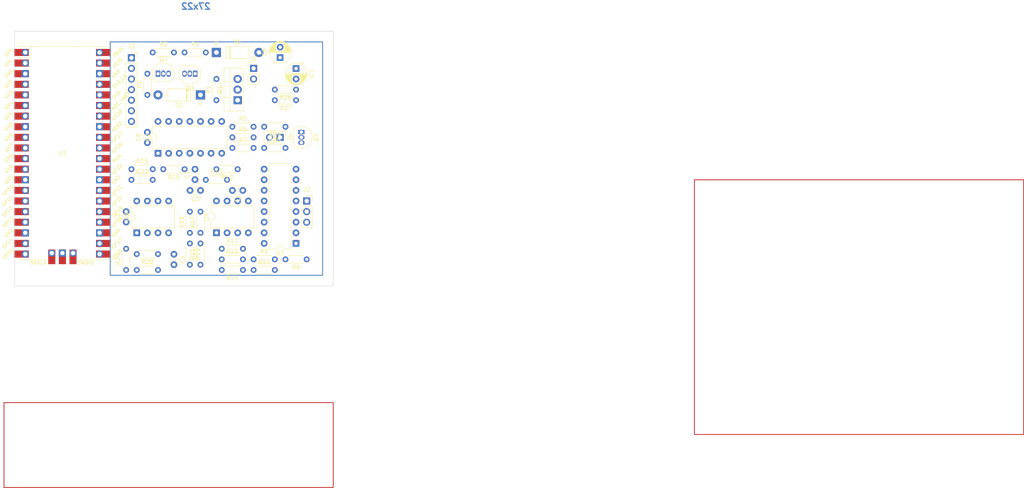
<source format=kicad_pcb>
(kicad_pcb (version 20221018) (generator pcbnew)
  (layers (0 "F.Cu" signal) (31 "B.Cu" signal) (34 "B.Paste" user) (35 "F.Paste" user) (36 "B.SilkS" user "B.Silkscreen") (37 "F.SilkS" user "F.Silkscreen") (38 "B.Mask" user) (39 "F.Mask" user) (44 "Edge.Cuts" user))
  (net 0 "")
  (net 1 "+12V")
  (net 2 "Net-(D1-A)")
  (net 3 "GND")
  (net 4 "/MOTOR")
  (net 5 "Net-(Q2-B)")
  (net 6 "Net-(Q2-C)")
  (net 7 "Net-(Q3-B)")
  (net 8 "/SOLENOID")
  (net 11 "/CAS_SOL")
  (net 16 "Net-(J4-Pin_1)")
  (net 21 "Net-(J4-Pin_2)")
  (net 26 "Net-(Q4-B)")
  (net 31 "Net-(R5-Pad1)")
  (net 34 "Net-(U3-X1)")
  (net 35 "+5V")
  (net 39 "Net-(U3-Y1)")
  (net 44 "Net-(U4A--)")
  (net 50 "Net-(U3-X0)")
  (net 51 "Net-(U3-Y0)")
  (net 52 "Net-(U4A-+)")
  (net 53 "Net-(C1-Pad1)")
  (net 54 "Net-(C6-Pad2)")
  (net 55 "Net-(U4B--)")
  (net 56 "Net-(C1-Pad2)")
  (net 57 "Net-(U4B-+)")
  (net 58 "Net-(C2-Pad2)")
  (net 59 "Net-(C3-Pad2)")
  (net 60 "Net-(U5A--)")
  (net 61 "Net-(C4-Pad2)")
  (net 62 "Net-(U5A-+)")
  (net 63 "Net-(U5B-+)")
  (net 64 "Net-(R23-Pad1)")
  (net 65 "Net-(U5B--)")
  (net 66 "/CAS_ERASE")
  (net 67 "/CAS_MODE")
  (net 68 "Net-(U2-Pad13)")
  (net 69 "Net-(U2-Pad10)")
  (net 70 "Net-(U2-Pad4)")
  (net 71 "/CAS_WRDATA")
  (net 72 "/CAS_RDDATA")
  (net 74 "Net-(J2-Pin_3)")
  (net 76 "/CAS_WRSEL")
  (net 78 "Net-(J2-Pin_1)")
  (net 80 "/CAS_REC")
  (net 81 "/CAS_INT")
  (net 82 "+3V3")
  (net 83 "/CAS_HALF")
  (footprint "Capacitor_THT:C_Disc_D3.0mm_W1.6mm_P2.50mm" (layer "F.Cu") (at 181.61 83.78 90)
    (fp_text reference "C5" (at 1.25 -2.05 90) (layer "F.SilkS"))
    (fp_text value "0.1")
    (pad "1" thru_hole circle (at 0 0 90) (size 1.6 1.6) (drill 0.8) (layers "*.Cu" "*.Mask") (net 61 "Net-(C4-Pad2)"))
    (pad "2" thru_hole circle (at 2.5 0 90) (size 1.6 1.6) (drill 0.8) (layers "*.Cu" "*.Mask") (net 65 "Net-(U5B--)"))
  )
  (footprint "Package_TO_SOT_THT:TO-92_Inline" (layer "F.Cu") (at 198.12 48.26 180)
    (fp_text reference "Q3" (at 1.27 -3.56) (layer "F.SilkS"))
    (fp_text value "S8550")
    (pad "1" thru_hole rect (at 0 0 180) (size 1.05 1.5) (drill 0.75) (layers "*.Cu" "*.Mask") (net 1 "+12V"))
    (pad "2" thru_hole oval (at 1.27 0 180) (size 1.05 1.5) (drill 0.75) (layers "*.Cu" "*.Mask") (net 7 "Net-(Q3-B)"))
    (pad "3" thru_hole oval (at 2.54 0 180) (size 1.05 1.5) (drill 0.75) (layers "*.Cu" "*.Mask") (net 11 "/CAS_SOL"))
  )
  (footprint "Resistor_THT:R_Axial_DIN0204_L3.6mm_D1.6mm_P5.08mm_Horizontal" (layer "F.Cu") (at 204.47 92.71)
    (fp_text reference "R10" (at 2.54 -1.92) (layer "F.SilkS"))
    (fp_text value "330K")
    (pad "1" thru_hole circle (at 0 0) (size 1.4 1.4) (drill 0.7) (layers "*.Cu" "*.Mask") (net 53 "Net-(C1-Pad1)"))
    (pad "2" thru_hole oval (at 5.08 0) (size 1.4 1.4) (drill 0.7) (layers "*.Cu" "*.Mask") (net 44 "Net-(U4A--)"))
  )
  (footprint "Resistor_THT:R_Axial_DIN0204_L3.6mm_D1.6mm_P5.08mm_Horizontal" (layer "F.Cu") (at 182.88 73.66)
    (fp_text reference "R23" (at 2.54 -1.92) (layer "F.SilkS"))
    (fp_text value "2M2")
    (pad "1" thru_hole circle (at 0 0) (size 1.4 1.4) (drill 0.7) (layers "*.Cu" "*.Mask") (net 64 "Net-(R23-Pad1)"))
    (pad "2" thru_hole oval (at 5.08 0) (size 1.4 1.4) (drill 0.7) (layers "*.Cu" "*.Mask") (net 63 "Net-(U5B-+)"))
  )
  (footprint "Capacitor_THT:C_Disc_D3.0mm_W1.6mm_P2.50mm" (layer "F.Cu") (at 209.51 76.2 180)
    (fp_text reference "C2" (at 1.25 -2.05) (layer "F.SilkS"))
    (fp_text value "180p")
    (pad "1" thru_hole circle (at 0 0 180) (size 1.6 1.6) (drill 0.8) (layers "*.Cu" "*.Mask") (net 55 "Net-(U4B--)"))
    (pad "2" thru_hole circle (at 2.5 0 180) (size 1.6 1.6) (drill 0.8) (layers "*.Cu" "*.Mask") (net 58 "Net-(C2-Pad2)"))
  )
  (footprint "Resistor_THT:R_Axial_DIN0204_L3.6mm_D1.6mm_P5.08mm_Horizontal" (layer "F.Cu") (at 181.61 95.25 90)
    (fp_text reference "R24" (at 2.54 -1.92 90) (layer "F.SilkS"))
    (fp_text value "10K")
    (pad "1" thru_hole circle (at 0 0 90) (size 1.4 1.4) (drill 0.7) (layers "*.Cu" "*.Mask") (net 54 "Net-(C6-Pad2)"))
    (pad "2" thru_hole oval (at 5.08 0 90) (size 1.4 1.4) (drill 0.7) (layers "*.Cu" "*.Mask") (net 65 "Net-(U5B--)"))
  )
  (footprint "Resistor_THT:R_Axial_DIN0204_L3.6mm_D1.6mm_P5.08mm_Horizontal" (layer "F.Cu") (at 187.96 43.18)
    (fp_text reference "R3" (at 2.54 -1.92) (layer "F.SilkS"))
    (fp_text value "1K")
    (pad "1" thru_hole circle (at 0 0) (size 1.4 1.4) (drill 0.7) (layers "*.Cu" "*.Mask") (net 6 "Net-(Q2-C)"))
    (pad "2" thru_hole oval (at 5.08 0) (size 1.4 1.4) (drill 0.7) (layers "*.Cu" "*.Mask") (net 7 "Net-(Q3-B)"))
  )
  (footprint "Resistor_THT:R_Axial_DIN0204_L3.6mm_D1.6mm_P5.08mm_Horizontal" (layer "F.Cu") (at 224.79 92.71 180)
    (fp_text reference "R9" (at 2.54 -1.92 180) (layer "F.SilkS"))
    (fp_text value "10K")
    (pad "1" thru_hole circle (at 0 0 180) (size 1.4 1.4) (drill 0.7) (layers "*.Cu" "*.Mask") (net 51 "Net-(U3-Y0)"))
    (pad "2" thru_hole oval (at 5.08 0 180) (size 1.4 1.4) (drill 0.7) (layers "*.Cu" "*.Mask") (net 52 "Net-(U4A-+)"))
  )
  (footprint "Resistor_THT:R_Axial_DIN0204_L3.6mm_D1.6mm_P5.08mm_Horizontal" (layer "F.Cu") (at 222.25 52.07 180)
    (fp_text reference "R26" (at 2.54 -1.92 180) (layer "F.SilkS"))
    (fp_text value "3K3")
    (pad "1" thru_hole circle (at 0 0 180) (size 1.4 1.4) (drill 0.7) (layers "*.Cu" "*.Mask") (net 54 "Net-(C6-Pad2)"))
    (pad "2" thru_hole oval (at 5.08 0 180) (size 1.4 1.4) (drill 0.7) (layers "*.Cu" "*.Mask") (net 35 "+5V"))
  )
  (footprint "Resistor_THT:R_Axial_DIN0204_L3.6mm_D1.6mm_P5.08mm_Horizontal" (layer "F.Cu") (at 207.01 60.96)
    (fp_text reference "R5" (at 2.54 -1.92) (layer "F.SilkS"))
    (fp_text value "10K")
    (pad "1" thru_hole circle (at 0 0) (size 1.4 1.4) (drill 0.7) (layers "*.Cu" "*.Mask") (net 31 "Net-(R5-Pad1)"))
    (pad "2" thru_hole oval (at 5.08 0) (size 1.4 1.4) (drill 0.7) (layers "*.Cu" "*.Mask") (net 34 "Net-(U3-X1)"))
  )
  (footprint "Resistor_THT:R_Axial_DIN0204_L3.6mm_D1.6mm_P5.08mm_Horizontal" (layer "F.Cu") (at 214.63 66.04)
    (fp_text reference "R28" (at 2.54 -1.92) (layer "F.SilkS"))
    (fp_text value "220")
    (pad "1" thru_hole circle (at 0 0) (size 1.4 1.4) (drill 0.7) (layers "*.Cu" "*.Mask") (net 35 "+5V"))
    (pad "2" thru_hole oval (at 5.08 0) (size 1.4 1.4) (drill 0.7) (layers "*.Cu" "*.Mask") (net 21 "Net-(J4-Pin_2)"))
  )
  (footprint "Resistor_THT:R_Axial_DIN0204_L3.6mm_D1.6mm_P5.08mm_Horizontal" (layer "F.Cu") (at 199.39 93.98 90)
    (fp_text reference "R21" (at 2.54 -1.92 90) (layer "F.SilkS"))
    (fp_text value "2K7")
    (pad "1" thru_hole circle (at 0 0 90) (size 1.4 1.4) (drill 0.7) (layers "*.Cu" "*.Mask") (net 61 "Net-(C4-Pad2)"))
    (pad "2" thru_hole oval (at 5.08 0 90) (size 1.4 1.4) (drill 0.7) (layers "*.Cu" "*.Mask") (net 3 "GND"))
  )
  (footprint "Resistor_THT:R_Axial_DIN0204_L3.6mm_D1.6mm_P5.08mm_Horizontal" (layer "F.Cu") (at 200.66 73.66)
    (fp_text reference "R15" (at 2.54 -1.92) (layer "F.SilkS"))
    (fp_text value "47K")
    (pad "1" thru_hole circle (at 0 0) (size 1.4 1.4) (drill 0.7) (layers "*.Cu" "*.Mask") (net 55 "Net-(U4B--)"))
    (pad "2" thru_hole oval (at 5.08 0) (size 1.4 1.4) (drill 0.7) (layers "*.Cu" "*.Mask") (net 58 "Net-(C2-Pad2)"))
  )
  (footprint "Resistor_THT:R_Axial_DIN0204_L3.6mm_D1.6mm_P5.08mm_Horizontal" (layer "F.Cu") (at 199.39 86.36 90)
    (fp_text reference "R17" (at 2.54 -1.92 90) (layer "F.SilkS"))
    (fp_text value "330K")
    (pad "1" thru_hole circle (at 0 0 90) (size 1.4 1.4) (drill 0.7) (layers "*.Cu" "*.Mask") (net 59 "Net-(C3-Pad2)"))
    (pad "2" thru_hole oval (at 5.08 0 90) (size 1.4 1.4) (drill 0.7) (layers "*.Cu" "*.Mask") (net 58 "Net-(C2-Pad2)"))
  )
  (footprint "Package_TO_SOT_THT:TO-92_Inline" (layer "F.Cu") (at 223.52 62.23 -90)
    (fp_text reference "Q4" (at 1.27 -3.56 90) (layer "F.SilkS"))
    (fp_text value "S8050")
    (pad "1" thru_hole rect (at 0 0 270) (size 1.05 1.5) (drill 0.75) (layers "*.Cu" "*.Mask") (net 3 "GND"))
    (pad "2" thru_hole oval (at 1.27 0 270) (size 1.05 1.5) (drill 0.75) (layers "*.Cu" "*.Mask") (net 26 "Net-(Q4-B)"))
    (pad "3" thru_hole oval (at 2.54 0 270) (size 1.05 1.5) (drill 0.75) (layers "*.Cu" "*.Mask") (net 16 "Net-(J4-Pin_1)"))
  )
  (footprint "Connector_PinHeader_2.54mm:PinHeader_1x02_P2.54mm_Vertical" (layer "F.Cu") (at 218.44 63.5 -90)
    (fp_text reference "J4" (at 0 -2.33 90) (layer "F.SilkS"))
    (fp_text value "ERASERHEAD")
    (pad "1" thru_hole rect (at 0 0 270) (size 1.7 1.7) (drill 1) (layers "*.Cu" "*.Mask") (net 16 "Net-(J4-Pin_1)"))
    (pad "2" thru_hole oval (at 0 2.54 270) (size 1.7 1.7) (drill 1) (layers "*.Cu" "*.Mask") (net 21 "Net-(J4-Pin_2)"))
  )
  (footprint "Resistor_THT:R_Axial_DIN0204_L3.6mm_D1.6mm_P5.08mm_Horizontal" (layer "F.Cu") (at 222.25 54.61 180)
    (fp_text reference "R27" (at 2.54 -1.92 180) (layer "F.SilkS"))
    (fp_text value "2K2")
    (pad "1" thru_hole circle (at 0 0 180) (size 1.4 1.4) (drill 0.7) (layers "*.Cu" "*.Mask") (net 3 "GND"))
    (pad "2" thru_hole oval (at 5.08 0 180) (size 1.4 1.4) (drill 0.7) (layers "*.Cu" "*.Mask") (net 54 "Net-(C6-Pad2)"))
  )
  (footprint "Resistor_THT:R_Axial_DIN0204_L3.6mm_D1.6mm_P5.08mm_Horizontal" (layer "F.Cu") (at 219.71 60.96 180)
    (fp_text reference "R29" (at 2.54 -1.92 180) (layer "F.SilkS"))
    (fp_text value "1K")
    (pad "1" thru_hole circle (at 0 0 180) (size 1.4 1.4) (drill 0.7) (layers "*.Cu" "*.Mask") (net 26 "Net-(Q4-B)"))
    (pad "2" thru_hole oval (at 5.08 0 180) (size 1.4 1.4) (drill 0.7) (layers "*.Cu" "*.Mask") (net 66 "/CAS_ERASE"))
  )
  (footprint "Package_DIP:DIP-14_W7.62mm" (layer "F.Cu") (at 189.23 67.31 90)
    (fp_text reference "U2" (at 3.81 -2.33 90) (layer "F.SilkS"))
    (fp_text value "74HC14")
    (pad "1" thru_hole rect (at 0 0 90) (size 1.6 1.6) (drill 0.8) (layers "*.Cu" "*.Mask") (net 64 "Net-(R23-Pad1)"))
    (pad "2" thru_hole oval (at 0 2.54 90) (size 1.6 1.6) (drill 0.8) (layers "*.Cu" "*.Mask") (net 68 "Net-(U2-Pad13)"))
    (pad "3" thru_hole oval (at 0 5.08 90) (size 1.6 1.6) (drill 0.8) (layers "*.Cu" "*.Mask") (net 69 "Net-(U2-Pad10)"))
    (pad "4" thru_hole oval (at 0 7.62 90) (size 1.6 1.6) (drill 0.8) (layers "*.Cu" "*.Mask") (net 70 "Net-(U2-Pad4)"))
    (pad "5" thru_hole oval (at 0 10.16 90) (size 1.6 1.6) (drill 0.8) (layers "*.Cu" "*.Mask") (net 70 "Net-(U2-Pad4)"))
    (pad "6" thru_hole oval (at 0 12.7 90) (size 1.6 1.6) (drill 0.8) (layers "*.Cu" "*.Mask") (net 39 "Net-(U3-Y1)"))
    (pad "7" thru_hole oval (at 0 15.24 90) (size 1.6 1.6) (drill 0.8) (layers "*.Cu" "*.Mask") (net 3 "GND"))
    (pad "8" thru_hole oval (at 7.62 15.24 90) (size 1.6 1.6) (drill 0.8) (layers "*.Cu" "*.Mask") (net 31 "Net-(R5-Pad1)"))
    (pad "9" thru_hole oval (at 7.62 12.7 90) (size 1.6 1.6) (drill 0.8) (layers "*.Cu" "*.Mask") (net 69 "Net-(U2-Pad10)"))
    (pad "10" thru_hole oval (at 7.62 10.16 90) (size 1.6 1.6) (drill 0.8) (layers "*.Cu" "*.Mask") (net 69 "Net-(U2-Pad10)"))
    (pad "11" thru_hole oval (at 7.62 7.62 90) (size 1.6 1.6) (drill 0.8) (layers "*.Cu" "*.Mask") (net 71 "/CAS_WRDATA"))
    (pad "12" thru_hole oval (at 7.62 5.08 90) (size 1.6 1.6) (drill 0.8) (layers "*.Cu" "*.Mask") (net 72 "/CAS_RDDATA"))
    (pad "13" thru_hole oval (at 7.62 2.54 90) (size 1.6 1.6) (drill 0.8) (layers "*.Cu" "*.Mask") (net 68 "Net-(U2-Pad13)"))
    (pad "14" thru_hole oval (at 7.62 0 90) (size 1.6 1.6) (drill 0.8) (layers "*.Cu" "*.Mask") (net 35 "+5V"))
  )
  (footprint "Resistor_THT:R_Axial_DIN0204_L3.6mm_D1.6mm_P5.08mm_Horizontal" (layer "F.Cu") (at 195.58 43.18)
    (fp_text reference "R4" (at 2.54 -1.92) (layer "F.SilkS"))
    (fp_text value "22K")
    (pad "1" thru_hole circle (at 0 0) (size 1.4 1.4) (drill 0.7) (layers "*.Cu" "*.Mask") (net 7 "Net-(Q3-B)"))
    (pad "2" thru_hole oval (at 5.08 0) (size 1.4 1.4) (drill 0.7) (layers "*.Cu" "*.Mask") (net 1 "+12V"))
  )
  (footprint "Resistor_THT:R_Axial_DIN0204_L3.6mm_D1.6mm_P5.08mm_Horizontal" (layer "F.Cu") (at 184.15 95.25)
    (fp_text reference "R22" (at 2.54 -1.92) (layer "F.SilkS"))
    (fp_text value "10K")
    (pad "1" thru_hole circle (at 0 0) (size 1.4 1.4) (drill 0.7) (layers "*.Cu" "*.Mask") (net 54 "Net-(C6-Pad2)"))
    (pad "2" thru_hole oval (at 5.08 0) (size 1.4 1.4) (drill 0.7) (layers "*.Cu" "*.Mask") (net 63 "Net-(U5B-+)"))
  )
  (footprint "Resistor_THT:R_Axial_DIN0204_L3.6mm_D1.6mm_P5.08mm_Horizontal" (layer "F.Cu") (at 195.58 71.12 180)
    (fp_text reference "R16" (at 2.54 -1.92 180) (layer "F.SilkS"))
    (fp_text value "2K7")
    (pad "1" thru_hole circle (at 0 0 180) (size 1.4 1.4) (drill 0.7) (layers "*.Cu" "*.Mask") (net 58 "Net-(C2-Pad2)"))
    (pad "2" thru_hole oval (at 5.08 0 180) (size 1.4 1.4) (drill 0.7) (layers "*.Cu" "*.Mask") (net 3 "GND"))
  )
  (footprint "Resistor_THT:R_Axial_DIN0204_L3.6mm_D1.6mm_P5.08mm_Horizontal" (layer "F.Cu") (at 209.55 95.25 180)
    (fp_text reference "R14" (at 2.54 -1.92 180) (layer "F.SilkS"))
    (fp_text value "47K")
    (pad "1" thru_hole circle (at 0 0 180) (size 1.4 1.4) (drill 0.7) (layers "*.Cu" "*.Mask") (net 57 "Net-(U4B-+)"))
    (pad "2" thru_hole oval (at 5.08 0 180) (size 1.4 1.4) (drill 0.7) (layers "*.Cu" "*.Mask") (net 54 "Net-(C6-Pad2)"))
  )
  (footprint "Capacitor_THT:CP_Radial_D5.0mm_P2.50mm" (layer "F.Cu") (at 222.25 47.03 -90)
    (fp_text reference "C7" (at 1.25 -3.75 90) (layer "F.SilkS"))
    (fp_text value "47.0/10V")
    (pad "1" thru_hole rect (at 0 0 270) (size 1.6 1.6) (drill 0.8) (layers "*.Cu" "*.Mask") (net 54 "Net-(C6-Pad2)"))
    (pad "2" thru_hole circle (at 2.5 0 270) (size 1.6 1.6) (drill 0.8) (layers "*.Cu" "*.Mask") (net 3 "GND"))
  )
  (footprint "Capacitor_THT:CP_Radial_D5.0mm_P2.50mm" (layer "F.Cu") (at 218.44 44.41 90)
    (fp_text reference "C6" (at 1.25 -3.75 90) (layer "F.SilkS"))
    (fp_text value "47.0/10V")
    (pad "1" thru_hole rect (at 0 0 90) (size 1.6 1.6) (drill 0.8) (layers "*.Cu" "*.Mask") (net 35 "+5V"))
    (pad "2" thru_hole circle (at 2.5 0 90) (size 1.6 1.6) (drill 0.8) (layers "*.Cu" "*.Mask") (net 54 "Net-(C6-Pad2)"))
  )
  (footprint "Package_TO_SOT_THT:TO-92_Inline" (layer "F.Cu") (at 189.23 48.26)
    (fp_text reference "Q2" (at 1.27 -3.56) (layer "F.SilkS"))
    (fp_text value "S8050")
    (pad "1" thru_hole rect (at 0 0) (size 1.05 1.5) (drill 0.75) (layers "*.Cu" "*.Mask") (net 3 "GND"))
    (pad "2" thru_hole oval (at 1.27 0) (size 1.05 1.5) (drill 0.75) (layers "*.Cu" "*.Mask") (net 5 "Net-(Q2-B)"))
    (pad "3" thru_hole oval (at 2.54 0) (size 1.05 1.5) (drill 0.75) (layers "*.Cu" "*.Mask") (net 6 "Net-(Q2-C)"))
  )
  (footprint "Resistor_THT:R_Axial_DIN0204_L3.6mm_D1.6mm_P5.08mm_Horizontal" (layer "F.Cu") (at 186.69 53.34 90)
    (fp_text reference "R2" (at 2.54 -1.92 90) (layer "F.SilkS"))
    (fp_text value "1K")
    (pad "1" thru_hole circle (at 0 0 90) (size 1.4 1.4) (drill 0.7) (layers "*.Cu" "*.Mask") (net 8 "/SOLENOID"))
    (pad "2" thru_hole oval (at 5.08 0 90) (size 1.4 1.4) (drill 0.7) (layers "*.Cu" "*.Mask") (net 5 "Net-(Q2-B)"))
  )
  (footprint "Package_DIP:DIP-8_W7.62mm" (layer "F.Cu") (at 184.15 86.36 90)
    (fp_text reference "U5" (at 3.81 -2.33 90) (layer "F.SilkS"))
    (fp_text value "LM358")
    (pad "1" thru_hole rect (at 0 0 90) (size 1.6 1.6) (drill 0.8) (layers "*.Cu" "*.Mask") (net 61 "Net-(C4-Pad2)"))
    (pad "2" thru_hole oval (at 0 2.54 90) (size 1.6 1.6) (drill 0.8) (layers "*.Cu" "*.Mask") (net 60 "Net-(U5A--)"))
    (pad "3" thru_hole oval (at 0 5.08 90) (size 1.6 1.6) (drill 0.8) (layers "*.Cu" "*.Mask") (net 62 "Net-(U5A-+)"))
    (pad "4" thru_hole oval (at 0 7.62 90) (size 1.6 1.6) (drill 0.8) (layers "*.Cu" "*.Mask") (net 3 "GND"))
    (pad "5" thru_hole oval (at 7.62 7.62 90) (size 1.6 1.6) (drill 0.8) (layers "*.Cu" "*.Mask") (net 63 "Net-(U5B-+)"))
    (pad "6" thru_hole oval (at 7.62 5.08 90) (size 1.6 1.6) (drill 0.8) (layers "*.Cu" "*.Mask") (net 65 "Net-(U5B--)"))
    (pad "7" thru_hole oval (at 7.62 2.54 90) (size 1.6 1.6) (drill 0.8) (layers "*.Cu" "*.Mask") (net 64 "Net-(R23-Pad1)"))
    (pad "8" thru_hole oval (at 7.62 0 90) (size 1.6 1.6) (drill 0.8) (layers "*.Cu" "*.Mask") (net 35 "+5V"))
  )
  (footprint "Capacitor_THT:C_Disc_D3.0mm_W1.6mm_P2.50mm" (layer "F.Cu") (at 186.69 64.77 90)
    (fp_text reference "C8" (at 1.25 -2.05 90) (layer "F.SilkS"))
    (fp_text value "0.1")
    (pad "1" thru_hole circle (at 0 0 90) (size 1.6 1.6) (drill 0.8) (layers "*.Cu" "*.Mask") (net 3 "GND"))
    (pad "2" thru_hole circle (at 2.5 0 90) (size 1.6 1.6) (drill 0.8) (layers "*.Cu" "*.Mask") (net 35 "+5V"))
  )
  (footprint "Resistor_THT:R_Axial_DIN0204_L3.6mm_D1.6mm_P5.08mm_Horizontal" (layer "F.Cu") (at 196.85 86.36 90)
    (fp_text reference "R18" (at 2.54 -1.92 90) (layer "F.SilkS"))
    (fp_text value "3K9")
    (pad "1" thru_hole circle (at 0 0 90) (size 1.4 1.4) (drill 0.7) (layers "*.Cu" "*.Mask") (net 60 "Net-(U5A--)"))
    (pad "2" thru_hole oval (at 5.08 0 90) (size 1.4 1.4) (drill 0.7) (layers "*.Cu" "*.Mask") (net 59 "Net-(C3-Pad2)"))
  )
  (footprint "Resistor_THT:R_Axial_DIN0204_L3.6mm_D1.6mm_P5.08mm_Horizontal" (layer "F.Cu") (at 208.28 71.12 180)
    (fp_text reference "R13" (at 2.54 -1.92 180) (layer "F.SilkS"))
    (fp_text value "6K8")
    (pad "1" thru_hole circle (at 0 0 180) (size 1.4 1.4) (drill 0.7) (layers "*.Cu" "*.Mask") (net 55 "Net-(U4B--)"))
    (pad "2" thru_hole oval (at 5.08 0 180) (size 1.4 1.4) (drill 0.7) (layers "*.Cu" "*.Mask") (net 56 "Net-(C1-Pad2)"))
  )
  (footprint "MCU_RaspberryPi_and_Boards:RPi_Pico_SMD_TH" (layer "F.Cu") (at 166.37 67.31)
    (fp_text reference "U1" (at 0 0) (layer "F.SilkS"))
    (fp_text value "Pico")
    (fp_text user "GP10" (at -13.054 8.89 45) (layer "F.SilkS") (effects (font (size 0.8 0.8))))
    (fp_text user "3V3_EN" (at 13.7 -17.2 45) (layer "F.SilkS") (effects (font (size 0.8 0.8))))
    (fp_text user "GP19" (at 13.054 13.97 45) (layer "F.SilkS") (effects (font (size 0.8 0.8))))
    (fp_text user "GP8" (at -12.8 1.27 45) (layer "F.SilkS") (effects (font (size 0.8 0.8))))
    (fp_text user "VSYS" (at 13.2 -21.59 45) (layer "F.SilkS") (effects (font (size 0.8 0.8))))
    (fp_text user "GP26" (at 13.054 -1.27 45) (layer "F.SilkS") (effects (font (size 0.8 0.8))))
    (fp_text user "GP5" (at -12.8 -8.89 45) (layer "F.SilkS") (effects (font (size 0.8 0.8))))
    (fp_text user "GP4" (at -12.8 -11.43 45) (layer "F.SilkS") (effects (font (size 0.8 0.8))))
    (fp_text user "GP15" (at -13.054 24.13 45) (layer "F.SilkS") (effects (font (size 0.8 0.8))))
    (fp_text user "GP27" (at 13.054 -3.8 45) (layer "F.SilkS") (effects (font (size 0.8 0.8))))
    (fp_text user "GP13" (at -13.054 16.51 45) (layer "F.SilkS") (effects (font (size 0.8 0.8))))
    (fp_text user "VBUS" (at 13.3 -24.2 45) (layer "F.SilkS") (effects (font (size 0.8 0.8))))
    (fp_text user "GND" (at -12.8 19.05 45) (layer "F.SilkS") (effects (font (size 0.8 0.8))))
    (fp_text user "GND" (at 12.8 19.05 45) (layer "F.SilkS") (effects (font (size 0.8 0.8))))
    (fp_text user "GP28" (at 13.054 -9.144 45) (layer "F.SilkS") (effects (font (size 0.8 0.8))))
    (fp_text user "GP18" (at 13.054 16.51 45) (layer "F.SilkS") (effects (font (size 0.8 0.8))))
    (fp_text user "GP14" (at -13.1 21.59 45) (layer "F.SilkS") (effects (font (size 0.8 0.8))))
    (fp_text user "GP22" (at 13.054 3.81 45) (layer "F.SilkS") (effects (font (size 0.8 0.8))))
    (fp_text user "GP9" (at -12.8 3.81 45) (layer "F.SilkS") (effects (font (size 0.8 0.8))))
    (fp_text user "GP0" (at -12.8 -24.13 45) (layer "F.SilkS") (effects (font (size 0.8 0.8))))
    (fp_text user "SWCLK" (at -5.7 26.2) (layer "F.SilkS") (effects (font (size 0.8 0.8))))
    (fp_text user "GND" (at -12.8 6.35 45) (layer "F.SilkS") (effects (font (size 0.8 0.8))))
    (fp_text user "AGND" (at 13.054 -6.35 45) (layer "F.SilkS") (effects (font (size 0.8 0.8))))
    (fp_text user "ADC_VREF" (at 14 -12.5 45) (layer "F.SilkS") (effects (font (size 0.8 0.8))))
    (fp_text user "GP12" (at -13.2 13.97 45) (layer "F.SilkS") (effects (font (size 0.8 0.8))))
    (fp_text user "GP3" (at -12.8 -13.97 45) (layer "F.SilkS") (effects (font (size 0.8 0.8))))
    (fp_text user "GP6" (at -12.8 -3.81 45) (layer "F.SilkS") (effects (font (size 0.8 0.8))))
    (fp_text user "GP17" (at 13.054 21.59 45) (layer "F.SilkS") (effects (font (size 0.8 0.8))))
    (fp_text user "GP2" (at -12.9 -16.51 45) (layer "F.SilkS") (effects (font (size 0.8 0.8))))
    (fp_text user "GND" (at 12.8 -19.05 45) (layer "F.SilkS") (effects (font (size 0.8 0.8))))
    (fp_text user "GND" (at 12.8 6.35 45) (layer "F.SilkS") (effects (font (size 0.8 0.8))))
    (fp_text user "GP1" (at -12.9 -21.6 45) (layer "F.SilkS") (effects (font (size 0.8 0.8))))
    (fp_text user "GND" (at -12.8 -6.35 45) (layer "F.SilkS") (effects (font (size 0.8 0.8))))
    (fp_text user "GP16" (at 13.054 24.13 45) (layer "F.SilkS") (effects (font (size 0.8 0.8))))
    (fp_text user "GP20" (at 13.054 11.43 45) (layer "F.SilkS") (effects (font (size 0.8 0.8))))
    (fp_text user "3V3" (at 12.9 -13.9 45) (layer "F.SilkS") (effects (font (size 0.8 0.8))))
    (fp_text user "GND" (at -12.8 -19.05 45) (layer "F.SilkS") (effects (font (size 0.8 0.8))))
    (fp_text user "GP21" (at 13.054 8.9 45) (layer "F.SilkS") (effects (font (size 0.8 0.8))))
    (fp_text user "SWDIO" (at 5.6 26.2) (layer "F.SilkS") (effects (font (size 0.8 0.8))))
    (fp_text user "GP7" (at -12.7 -1.3 45) (layer "F.SilkS") (effects (font (size 0.8 0.8))))
    (fp_text user "RUN" (at 13 1.27 45) (layer "F.SilkS") (effects (font (size 0.8 0.8))))
    (fp_text user "GP11" (at -13.2 11.43 45) (layer "F.SilkS") (effects (font (size 0.8 0.8))))
    (pad "" np_thru_hole oval (at -2.725 -24) (size 1.8 1.8) (drill 1.8) (layers "*.Cu" "*.Mask"))
    (pad "" np_thru_hole oval (at -2.425 -20.97) (size 1.5 1.5) (drill 1.5) (layers "*.Cu" "*.Mask"))
    (pad "" np_thru_hole oval (at 2.425 -20.97) (size 1.5 1.5) (drill 1.5) (layers "*.Cu" "*.Mask"))
    (pad "" np_thru_hole oval (at 2.725 -24) (size 1.8 1.8) (drill 1.8) (layers "*.Cu" "*.Mask"))
    (pad "1" thru_hole oval (at -8.89 -24.13) (size 1.7 1.7) (drill 1.02) (layers "*.Cu" "*.Mask"))
    (pad "1" smd rect (at -8.89 -24.13) (size 3.5 1.7) (drill (offset -0.9 0)) (layers "F.Cu" "F.Mask"))
    (pad "2" thru_hole oval (at -8.89 -21.59) (size 1.7 1.7) (drill 1.02) (layers "*.Cu" "*.Mask"))
    (pad "2" smd rect (at -8.89 -21.59) (size 3.5 1.7) (drill (offset -0.9 0)) (layers "F.Cu" "F.Mask"))
    (pad "3" thru_hole rect (at -8.89 -19.05) (size 1.7 1.7) (drill 1.02) (layers "*.Cu" "*.Mask") (net 3 "GND"))
    (pad "3" smd rect (at -8.89 -19.05) (size 3.5 1.7) (drill (offset -0.9 0)) (layers "F.Cu" "F.Mask") (net 3 "GND"))
    (pad "4" thru_hole oval (at -8.89 -16.51) (size 1.7 1.7) (drill 1.02) (layers "*.Cu" "*.Mask"))
    (pad "4" smd rect (at -8.89 -16.51) (size 3.5 1.7) (drill (offset -0.9 0)) (layers "F.Cu" "F.Mask"))
    (pad "5" thru_hole oval (at -8.89 -13.97) (size 1.7 1.7) (drill 1.02) (layers "*.Cu" "*.Mask"))
    (pad "5" smd rect (at -8.89 -13.97) (size 3.5 1.7) (drill (offset -0.9 0)) (layers "F.Cu" "F.Mask"))
    (pad "6" thru_hole oval (at -8.89 -11.43) (size 1.7 1.7) (drill 1.02) (layers "*.Cu" "*.Mask"))
    (pad "6" smd rect (at -8.89 -11.43) (size 3.5 1.7) (drill (offset -0.9 0)) (layers "F.Cu" "F.Mask"))
    (pad "7" thru_hole oval (at -8.89 -8.89) (size 1.7 1.7) (drill 1.02) (layers "*.Cu" "*.Mask"))
    (pad "7" smd rect (at -8.89 -8.89) (size 3.5 1.7) (drill (offset -0.9 0)) (layers "F.Cu" "F.Mask"))
    (pad "8" thru_hole rect (at -8.89 -6.35) (size 1.7 1.7) (drill 1.02) (layers "*.Cu" "*.Mask") (net 3 "GND"))
    (pad "8" smd rect (at -8.89 -6.35) (size 3.5 1.7) (drill (offset -0.9 0)) (layers "F.Cu" "F.Mask") (net 3 "GND"))
    (pad "9" thru_hole oval (at -8.89 -3.81) (size 1.7 1.7) (drill 1.02) (layers "*.Cu" "*.Mask"))
    (pad "9" smd rect (at -8.89 -3.81) (size 3.5 1.7) (drill (offset -0.9 0)) (layers "F.Cu" "F.Mask"))
    (pad "10" thru_hole oval (at -8.89 -1.27) (size 1.7 1.7) (drill 1.02) (layers "*.Cu" "*.Mask"))
    (pad "10" smd rect (at -8.89 -1.27) (size 3.5 1.7) (drill (offset -0.9 0)) (layers "F.Cu" "F.Mask"))
    (pad "11" thru_hole oval (at -8.89 1.27) (size 1.7 1.7) (drill 1.02) (layers "*.Cu" "*.Mask"))
    (pad "11" smd rect (at -8.89 1.27) (size 3.5 1.7) (drill (offset -0.9 0)) (layers "F.Cu" "F.Mask"))
    (pad "12" thru_hole oval (at -8.89 3.81) (size 1.7 1.7) (drill 1.02) (layers "*.Cu" "*.Mask"))
    (pad "12" smd rect (at -8.89 3.81) (size 3.5 1.7) (drill (offset -0.9 0)) (layers "F.Cu" "F.Mask"))
    (pad "13" thru_hole rect (at -8.89 6.35) (size 1.7 1.7) (drill 1.02) (layers "*.Cu" "*.Mask") (net 3 "GND"))
    (pad "13" smd rect (at -8.89 6.35) (size 3.5 1.7) (drill (offset -0.9 0)) (layers "F.Cu" "F.Mask") (net 3 "GND"))
    (pad "14" thru_hole oval (at -8.89 8.89) (size 1.7 1.7) (drill 1.02) (layers "*.Cu" "*.Mask"))
    (pad "14" smd rect (at -8.89 8.89) (size 3.5 1.7) (drill (offset -0.9 0)) (layers "F.Cu" "F.Mask"))
    (pad "15" thru_hole oval (at -8.89 11.43) (size 1.7 1.7) (drill 1.02) (layers "*.Cu" "*.Mask"))
    (pad "15" smd rect (at -8.89 11.43) (size 3.5 1.7) (drill (offset -0.9 0)) (layers "F.Cu" "F.Mask"))
    (pad "16" thru_hole oval (at -8.89 13.97) (size 1.7 1.7) (drill 1.02) (layers "*.Cu" "*.Mask"))
    (pad "16" smd rect (at -8.89 13.97) (size 3.5 1.7) (drill (offset -0.9 0)) (layers "F.Cu" "F.Mask"))
    (pad "17" thru_hole oval (at -8.89 16.51) (size 1.7 1.7) (drill 1.02) (layers "*.Cu" "*.Mask"))
    (pad "17" smd rect (at -8.89 16.51) (size 3.5 1.7) (drill (offset -0.9 0)) (layers "F.Cu" "F.Mask"))
    (pad "18" thru_hole rect (at -8.89 19.05) (size 1.7 1.7) (drill 1.02) (layers "*.Cu" "*.Mask") (net 3 "GND"))
    (pad "18" smd rect (at -8.89 19.05) (size 3.5 1.7) (drill (offset -0.9 0)) (layers "F.Cu" "F.Mask") (net 3 "GND"))
    (pad "19" thru_hole oval (at -8.89 21.59) (size 1.7 1.7) (drill 1.02) (layers "*.Cu" "*.Mask"))
    (pad "19" smd rect (at -8.89 21.59) (size 3.5 1.7) (drill (offset -0.9 0)) (layers "F.Cu" "F.Mask"))
    (pad "20" thru_hole oval (at -8.89 24.13) (size 1.7 1.7) (drill 1.02) (layers "*.Cu" "*.Mask"))
    (pad "20" smd rect (at -8.89 24.13) (size 3.5 1.7) (drill (offset -0.9 0)) (layers "F.Cu" "F.Mask"))
    (pad "21" thru_hole oval (at 8.89 24.13) (size 1.7 1.7) (drill 1.02) (layers "*.Cu" "*.Mask"))
    (pad "21" smd rect (at 8.89 24.13) (size 3.5 1.7) (drill (offset 0.9 0)) (layers "F.Cu" "F.Mask"))
    (pad "22" thru_hole oval (at 8.89 21.59) (size 1.7 1.7) (drill 1.02) (layers "*.Cu" "*.Mask"))
    (pad "22" smd rect (at 8.89 21.59) (size 3.5 1.7) (drill (offset 0.9 0)) (layers "F.Cu" "F.Mask"))
    (pad "23" thru_hole rect (at 8.89 19.05) (size 1.7 1.7) (drill 1.02) (layers "*.Cu" "*.Mask") (net 3 "GND"))
    (pad "23" smd rect (at 8.89 19.05) (size 3.5 1.7) (drill (offset 0.9 0)) (layers "F.Cu" "F.Mask") (net 3 "GND"))
    (pad "24" thru_hole oval (at 8.89 16.51) (size 1.7 1.7) (drill 1.02) (layers "*.Cu" "*.Mask"))
    (pad "24" smd rect (at 8.89 16.51) (size 3.5 1.7) (drill (offset 0.9 0)) (layers "F.Cu" "F.Mask"))
    (pad "25" thru_hole oval (at 8.89 13.97) (size 1.7 1.7) (drill 1.02) (layers "*.Cu" "*.Mask"))
    (pad "25" smd rect (at 8.89 13.97) (size 3.5 1.7) (drill (offset 0.9 0)) (layers "F.Cu" "F.Mask"))
    (pad "26" thru_hole oval (at 8.89 11.43) (size 1.7 1.7) (drill 1.02) (layers "*.Cu" "*.Mask") (net 8 "/SOLENOID"))
    (pad "26" smd rect (at 8.89 11.43) (size 3.5 1.7) (drill (offset 0.9 0)) (layers "F.Cu" "F.Mask") (net 8 "/SOLENOID"))
    (pad "27" thru_hole oval (at 8.89 8.89) (size 1.7 1.7) (drill 1.02) (layers "*.Cu" "*.Mask") (net 4 "/MOTOR"))
    (pad "27" smd rect (at 8.89 8.89) (size 3.5 1.7) (drill (offset 0.9 0)) (layers "F.Cu" "F.Mask") (net 4 "/MOTOR"))
    (pad "28" thru_hole rect (at 8.89 6.35) (size 1.7 1.7) (drill 1.02) (layers "*.Cu" "*.Mask") (net 3 "GND"))
    (pad "28" smd rect (at 8.89 6.35) (size 3.5 1.7) (drill (offset 0.9 0)) (layers "F.Cu" "F.Mask") (net 3 "GND"))
    (pad "29" thru_hole oval (at 8.89 3.81) (size 1.7 1.7) (drill 1.02) (layers "*.Cu" "*.Mask") (net 67 "/CAS_MODE"))
    (pad "29" smd rect (at 8.89 3.81) (size 3.5 1.7) (drill (offset 0.9 0)) (layers "F.Cu" "F.Mask") (net 67 "/CAS_MODE"))
    (pad "30" thru_hole oval (at 8.89 1.27) (size 1.7 1.7) (drill 1.02) (layers "*.Cu" "*.Mask"))
    (pad "30" smd rect (at 8.89 1.27) (size 3.5 1.7) (drill (offset 0.9 0)) (layers "F.Cu" "F.Mask"))
    (pad "31" thru_hole oval (at 8.89 -1.27) (size 1.7 1.7) (drill 1.02) (layers "*.Cu" "*.Mask"))
    (pad "31" smd rect (at 8.89 -1.27) (size 3.5 1.7) (drill (offset 0.9 0)) (layers "F.Cu" "F.Mask"))
    (pad "32" thru_hole oval (at 8.89 -3.81) (size 1.7 1.7) (drill 1.02) (layers "*.Cu" "*.Mask"))
    (pad "32" smd rect (at 8.89 -3.81) (size 3.5 1.7) (drill (offset 0.9 0)) (layers "F.Cu" "F.Mask"))
    (pad "33" thru_hole rect (at 8.89 -6.35) (size 1.7 1.7) (drill 1.02) (layers "*.Cu" "*.Mask") (net 3 "GND"))
    (pad "33" smd rect (at 8.89 -6.35) (size 3.5 1.7) (drill (offset 0.9 0)) (layers "F.Cu" "F.Mask") (net 3 "GND"))
    (pad "34" thru_hole oval (at 8.89 -8.89) (size 1.7 1.7) (drill 1.02) (layers "*.Cu" "*.Mask"))
    (pad "34" smd rect (at 8.89 -8.89) (size 3.5 1.7) (drill (offset 0.9 0)) (layers "F.Cu" "F.Mask"))
    (pad "35" thru_hole oval (at 8.89 -11.43) (size 1.7 1.7) (drill 1.02) (layers "*.Cu" "*.Mask"))
    (pad "35" smd rect (at 8.89 -11.43) (size 3.5 1.7) (drill (offset 0.9 0)) (layers "F.Cu" "F.Mask"))
    (pad "36" thru_hole oval (at 8.89 -13.97) (size 1.7 1.7) (drill 1.02) (layers "*.Cu" "*.Mask"))
    (pad "36" smd rect (at 8.89 -13.97) (size 3.5 1.7) (drill (offset 0.9 0)) (layers "F.Cu" "F.Mask"))
    (pad "37" thru_hole oval (at 8.89 -16.51) (size 1.7 1.7) (drill 1.02) (layers "*.Cu" "*.Mask"))
    (pad "37" smd rect (at 8.89 -16.51) (size 3.5 1.7) (drill (offset 0.9 0)) (layers "F.Cu" "F.Mask"))
    (pad "38" thru_hole rect (at 8.89 -19.05) (size 1.7 1.7) (drill 1.02) (layers "*.Cu" "*.Mask") (net 3 "GND"))
    (pad "38" smd rect (at 8.89 -19.05) (size 3.5 1.7) (drill (offset 0.9 0)) (layers "F.Cu" "F.Mask") (net 3 "GND"))
    (pad "39" thru_hole oval (at 8.89 -21.59) (size 1.7 1.7) (drill 1.02) (layers "*.Cu" "*.Mask"))
    (pad "39" smd rect (at 8.89 -21.59) (size 3.5 1.7) (drill (offset 0.9 0)) (layers "F.Cu" "F.Mask"))
    (pad "40" thru_hole oval (at 8.89 -24.13) (size 1.7 1.7) (drill 1.02) (layers "*.Cu" "*.Mask"))
    (pad "40" smd rect (at 8.89 -24.13) (size 3.5 1.7) (drill (offset 0.9 0)) (layers "F.Cu" "F.Mask"))
    (pad "41" thru_hole oval (at -2.54 23.9) (size 1.7 1.7) (drill 1.02) (layers "*.Cu" "*.Mask"))
    (pad "41" smd rect (at -2.54 23.9 90) (size 3.5 1.7) (drill (offset -0.9 0)) (layers "F.Cu" "F.Mask"))
    (pad "42" thru_hole rect (at 0 23.9) (size 1.7 1.7) (drill 1.02) (layers "*.Cu" "*.Mask"))
    (pad "42" smd rect (at 0 23.9 90) (size 3.5 1.7) (drill (offset -0.9 0)) (layers "F.Cu" "F.Mask"))
    (pad "43" thru_hole oval (at 2.54 23.9) (size 1.7 1.7) (drill 1.02) (layers "*.Cu" "*.Mask"))
    (pad "43" smd rect (at 2.54 23.9 90) (size 3.5 1.7) (drill (offset -0.9 0)) (layers "F.Cu" "F.Mask"))
  )
  (footprint "Resistor_THT:R_Axial_DIN0204_L3.6mm_D1.6mm_P5.08mm_Horizontal" (layer "F.Cu") (at 212.09 95.25)
    (fp_text reference "R12" (at 2.54 -1.92) (layer "F.SilkS"))
    (fp_text value "330K")
    (pad "1" thru_hole circle (at 0 0) (size 1.4 1.4) (drill 0.7) (layers "*.Cu" "*.Mask") (net 52 "Net-(U4A-+)"))
    (pad "2" thru_hole oval (at 5.08 0) (size 1.4 1.4) (drill 0.7) (layers "*.Cu" "*.Mask") (net 54 "Net-(C6-Pad2)"))
  )
  (footprint "Resistor_THT:R_Axial_DIN0204_L3.6mm_D1.6mm_P5.08mm_Horizontal" (layer "F.Cu") (at 182.88 71.12)
    (fp_text reference "R25" (at 2.54 -1.92) (layer "F.SilkS"))
    (fp_text value "1K")
    (pad "1" thru_hole circle (at 0 0) (size 1.4 1.4) (drill 0.7) (layers "*.Cu" "*.Mask") (net 64 "Net-(R23-Pad1)"))
    (pad "2" thru_hole oval (at 5.08 0) (size 1.4 1.4) (drill 0.7) (layers "*.Cu" "*.Mask") (net 3 "GND"))
  )
  (footprint "Diode_THT:D_DO-41_SOD81_P10.16mm_Horizontal" (layer "F.Cu") (at 203.2 43.18)
    (fp_text reference "D1" (at 5.08 -2.47) (layer "F.SilkS"))
    (fp_text value "1N4004")
    (fp_text user "K" (at 0 -2.1) (layer "F.SilkS"))
    (pad "1" thru_hole rect (at 0 0) (size 2.2 2.2) (drill 1.1) (layers "*.Cu" "*.Mask") (net 1 "+12V"))
    (pad "2" thru_hole oval (at 10.16 0) (size 2.2 2.2) (drill 1.1) (layers "*.Cu" "*.Mask") (net 2 "Net-(D1-A)"))
  )
  (footprint "Capacitor_THT:C_Disc_D3.0mm_W1.6mm_P2.50mm" (layer "F.Cu") (at 193.04 91.48 -90)
    (fp_text reference "C4" (at 1.25 -2.05 90) (layer "F.SilkS"))
    (fp_text value "150p")
    (pad "1" thru_hole circle (at 0 0 270) (size 1.6 1.6) (drill 0.8) (layers "*.Cu" "*.Mask") (net 60 "Net-(U5A--)"))
    (pad "2" thru_hole circle (at 2.5 0 270) (size 1.6 1.6) (drill 0.8) (layers "*.Cu" "*.Mask") (net 61 "Net-(C4-Pad2)"))
  )
  (footprint "Resistor_THT:R_Axial_DIN0204_L3.6mm_D1.6mm_P5.08mm_Horizontal" (layer "F.Cu") (at 207.01 63.5)
    (fp_text reference "R6" (at 2.54 -1.92) (layer "F.SilkS"))
    (fp_text value "470")
    (pad "1" thru_hole circle (at 0 0) (size 1.4 1.4) (drill 0.7) (layers "*.Cu" "*.Mask") (net 31 "Net-(R5-Pad1)"))
    (pad "2" thru_hole oval (at 5.08 0) (size 1.4 1.4) (drill 0.7) (layers "*.Cu" "*.Mask") (net 35 "+5V"))
  )
  (footprint "Package_DIP:DIP-16_W7.62mm" (layer "F.Cu") (at 222.24 88.885 180)
    (fp_text reference "U3" (at 3.81 -2.33) (layer "F.SilkS"))
    (fp_text value "CD4052B")
    (pad "1" thru_hole rect (at 0 0 180) (size 1.6 1.6) (drill 0.8) (layers "*.Cu" "*.Mask") (net 51 "Net-(U3-Y0)"))
    (pad "2" thru_hole oval (at 0 2.54 180) (size 1.6 1.6) (drill 0.8) (layers "*.Cu" "*.Mask"))
    (pad "3" thru_hole oval (at 0 5.08 180) (size 1.6 1.6) (drill 0.8) (layers "*.Cu" "*.Mask") (net 74 "Net-(J2-Pin_3)"))
    (pad "4" thru_hole oval (at 0 7.62 180) (size 1.6 1.6) (drill 0.8) (layers "*.Cu" "*.Mask"))
    (pad "5" thru_hole oval (at 0 10.16 180) (size 1.6 1.6) (drill 0.8) (layers "*.Cu" "*.Mask") (net 39 "Net-(U3-Y1)"))
    (pad "6" thru_hole oval (at 0 12.7 180) (size 1.6 1.6) (drill 0.8) (layers "*.Cu" "*.Mask") (net 3 "GND"))
    (pad "7" thru_hole oval (at 0 15.24 180) (size 1.6 1.6) (drill 0.8) (layers "*.Cu" "*.Mask") (net 3 "GND"))
    (pad "8" thru_hole oval (at 0 17.78 180) (size 1.6 1.6) (drill 0.8) (layers "*.Cu" "*.Mask") (net 3 "GND"))
    (pad "9" thru_hole oval (at 7.62 17.78 180) (size 1.6 1.6) (drill 0.8) (layers "*.Cu" "*.Mask") (net 3 "GND"))
    (pad "10" thru_hole oval (at 7.62 15.24 180) (size 1.6 1.6) (drill 0.8) (layers "*.Cu" "*.Mask") (net 76 "/CAS_WRSEL"))
    (pad "11" thru_hole oval (at 7.62 12.7 180) (size 1.6 1.6) (drill 0.8) (layers "*.Cu" "*.Mask"))
    (pad "12" thru_hole oval (at 7.62 10.16 180) (size 1.6 1.6) (drill 0.8) (layers "*.Cu" "*.Mask") (net 50 "Net-(U3-X0)"))
    (pad "13" thru_hole oval (at 7.62 7.62 180) (size 1.6 1.6) (drill 0.8) (layers "*.Cu" "*.Mask") (net 78 "Net-(J2-Pin_1)"))
    (pad "14" thru_hole oval (at 7.62 5.08 180) (size 1.6 1.6) (drill 0.8) (layers "*.Cu" "*.Mask") (net 34 "Net-(U3-X1)"))
    (pad "15" thru_hole oval (at 7.62 2.54 180) (size 1.6 1.6) (drill 0.8) (layers "*.Cu" "*.Mask"))
    (pad "16" thru_hole oval (at 7.62 0 180) (size 1.6 1.6) (drill 0.8) (layers "*.Cu" "*.Mask") (net 35 "+5V"))
  )
  (footprint "Capacitor_THT:C_Disc_D3.0mm_W1.6mm_P2.50mm" (layer "F.Cu") (at 198.08 73.62 90)
    (fp_text reference "C1" (at 1.25 -2.05 90) (layer "F.SilkS"))
    (fp_text value "0.1")
    (pad "1" thru_hole circle (at 0 0 90) (size 1.6 1.6) (drill 0.8) (layers "*.Cu" "*.Mask") (net 53 "Net-(C1-Pad1)"))
    (pad "2" thru_hole circle (at 2.5 0 90) (size 1.6 1.6) (drill 0.8) (layers "*.Cu" "*.Mask") (net 56 "Net-(C1-Pad2)"))
  )
  (footprint "Resistor_THT:R_Axial_DIN0204_L3.6mm_D1.6mm_P5.08mm_Horizontal" (layer "F.Cu") (at 189.23 91.44 180)
    (fp_text reference "R20" (at 2.54 -1.92 180) (layer "F.SilkS"))
    (fp_text value "47K")
    (pad "1" thru_hole circle (at 0 0 180) (size 1.4 1.4) (drill 0.7) (layers "*.Cu" "*.Mask") (net 62 "Net-(U5A-+)"))
    (pad "2" thru_hole oval (at 5.08 0 180) (size 1.4 1.4) (drill 0.7) (layers "*.Cu" "*.Mask") (net 54 "Net-(C6-Pad2)"))
  )
  (footprint "Resistor_THT:R_Axial_DIN0204_L3.6mm_D1.6mm_P5.08mm_Horizontal" (layer "F.Cu") (at 203.2 54.61 90)
    (fp_text reference "R1" (at 2.54 -1.92 90) (layer "F.SilkS"))
    (fp_text value "100K")
    (pad "1" thru_hole circle (at 0 0 90) (size 1.4 1.4) (drill 0.7) (layers "*.Cu" "*.Mask") (net 4 "/MOTOR"))
    (pad "2" thru_hole oval (at 5.08 0 90) (size 1.4 1.4) (drill 0.7) (layers "*.Cu" "*.Mask") (net 3 "GND"))
  )
  (footprint "Resistor_THT:R_Axial_DIN0204_L3.6mm_D1.6mm_P5.08mm_Horizontal" (layer "F.Cu") (at 212.09 92.71)
    (fp_text reference "R8" (at 2.54 -1.92) (layer "F.SilkS"))
    (fp_text value "10K")
    (pad "1" thru_hole circle (at 0 0) (size 1.4 1.4) (drill 0.7) (layers "*.Cu" "*.Mask") (net 44 "Net-(U4A--)"))
    (pad "2" thru_hole oval (at 5.08 0) (size 1.4 1.4) (drill 0.7) (layers "*.Cu" "*.Mask") (net 50 "Net-(U3-X0)"))
  )
  (footprint "Resistor_THT:R_Axial_DIN0204_L3.6mm_D1.6mm_P5.08mm_Horizontal" (layer "F.Cu") (at 196.85 88.9 -90)
    (fp_text reference "R19" (at 2.54 -1.92 -90) (layer "F.SilkS"))
    (fp_text value "56K")
    (pad "1" thru_hole circle (at 0 0 270) (size 1.4 1.4) (drill 0.7) (layers "*.Cu" "*.Mask") (net 60 "Net-(U5A--)"))
    (pad "2" thru_hole oval (at 5.08 0 270) (size 1.4 1.4) (drill 0.7) (layers "*.Cu" "*.Mask") (net 61 "Net-(C4-Pad2)"))
  )
  (footprint "Connector_PinSocket_2.54mm:PinSocket_1x07_P2.54mm_Vertical" (layer "F.Cu") (at 182.88 44.45)
    (fp_text reference "J3" (at 0 -2.77) (layer "F.SilkS"))
    (fp_text value "Conn_01x07")
    (pad "1" thru_hole rect (at 0 0) (size 1.7 1.7) (drill 1) (layers "*.Cu" "*.Mask") (net 80 "/CAS_REC"))
    (pad "2" thru_hole oval (at 0 2.54) (size 1.7 1.7) (drill 1) (layers "*.Cu" "*.Mask") (net 67 "/CAS_MODE"))
    (pad "3" thru_hole oval (at 0 5.08) (size 1.7 1.7) (drill 1) (layers "*.Cu" "*.Mask") (net 11 "/CAS_SOL"))
    (pad "4" thru_hole oval (at 0 7.62) (size 1.7 1.7) (drill 1) (layers "*.Cu" "*.Mask") (net 3 "GND"))
    (pad "5" thru_hole oval (at 0 10.16) (size 1.7 1.7) (drill 1) (layers "*.Cu" "*.Mask") (net 81 "/CAS_INT"))
    (pad "6" thru_hole oval (at 0 12.7) (size 1.7 1.7) (drill 1) (layers "*.Cu" "*.Mask") (net 82 "+3V3"))
    (pad "7" thru_hole oval (at 0 15.24) (size 1.7 1.7) (drill 1) (layers "*.Cu" "*.Mask") (net 83 "/CAS_HALF"))
  )
  (footprint "Package_TO_SOT_THT:TO-220-3_Vertical" (layer "F.Cu") (at 208.28 54.61 90)
    (fp_text reference "Q1" (at 2.54 -4.27 90) (layer "F.SilkS"))
    (fp_text value "RFP30N06LE")
    (pad "1" thru_hole rect (at 0 0 90) (size 1.905 2) (drill 1.1) (layers "*.Cu" "*.Mask") (net 4 "/MOTOR"))
    (pad "2" thru_hole oval (at 2.54 0 90) (size 1.905 2) (drill 1.1) (layers "*.Cu" "*.Mask") (net 2 "Net-(D1-A)"))
    (pad "3" thru_hole oval (at 5.08 0 90) (size 1.905 2) (drill 1.1) (layers "*.Cu" "*.Mask") (net 3 "GND"))
  )
  (footprint "Capacitor_THT:C_Disc_D3.0mm_W1.6mm_P2.50mm" (layer "F.Cu") (at 199.39 76.2 180)
    (fp_text reference "C3" (at 1.25 -2.05) (layer "F.SilkS"))
    (fp_text value "0.002")
    (pad "1" thru_hole circle (at 0 0 180) (size 1.6 1.6) (drill 0.8) (layers "*.Cu" "*.Mask") (net 58 "Net-(C2-Pad2)"))
    (pad "2" thru_hole circle (at 2.5 0 180) (size 1.6 1.6) (drill 0.8) (layers "*.Cu" "*.Mask") (net 59 "Net-(C3-Pad2)"))
  )
  (footprint "Connector_PinHeader_2.54mm:PinHeader_1x02_P2.54mm_Vertical" (layer "F.Cu") (at 212.09 46.99)
    (fp_text reference "J1" (at 0 -2.33) (layer "F.SilkS"))
    (fp_text value "Conn_01x02")
    (pad "1" thru_hole rect (at 0 0) (size 1.7 1.7) (drill 1) (layers "*.Cu" "*.Mask") (net 1 "+12V"))
    (pad "2" thru_hole oval (at 0 2.54) (size 1.7 1.7) (drill 1) (layers "*.Cu" "*.Mask") (net 2 "Net-(D1-A)"))
  )
  (footprint "Resistor_THT:R_Axial_DIN0204_L3.6mm_D1.6mm_P5.08mm_Horizontal" (layer "F.Cu") (at 207.01 66.04)
    (fp_text reference "R7" (at 2.54 -1.92) (layer "F.SilkS"))
    (fp_text value "470")
    (pad "1" thru_hole circle (at 0 0) (size 1.4 1.4) (drill 0.7) (layers "*.Cu" "*.Mask") (net 39 "Net-(U3-Y1)"))
    (pad "2" thru_hole oval (at 5.08 0) (size 1.4 1.4) (drill 0.7) (layers "*.Cu" "*.Mask") (net 35 "+5V"))
  )
  (footprint "Resistor_THT:R_Axial_DIN0204_L3.6mm_D1.6mm_P5.08mm_Horizontal" (layer "F.Cu") (at 204.47 90.17)
    (fp_text reference "R11" (at 2.54 -1.92) (layer "F.SilkS"))
    (fp_text value "2K7")
    (pad "1" thru_hole circle (at 0 0) (size 1.4 1.4) (drill 0.7) (layers "*.Cu" "*.Mask") (net 53 "Net-(C1-Pad1)"))
    (pad "2" thru_hole oval (at 5.08 0) (size 1.4 1.4) (drill 0.7) (layers "*.Cu" "*.Mask") (net 3 "GND"))
  )
  (footprint "Connector_PinSocket_2.54mm:PinSocket_1x03_P2.54mm_Vertical" (layer "F.Cu") (at 224.79 78.74)
    (fp_text reference "J2" (at 0 -2.77) (layer "F.SilkS"))
    (fp_text value "RW_HEAD")
    (pad "1" thru_hole rect (at 0 0) (size 1.7 1.7) (drill 1) (layers "*.Cu" "*.Mask") (net 78 "Net-(J2-Pin_1)"))
    (pad "2" thru_hole oval (at 0 2.54) (size 1.7 1.7) (drill 1) (layers "*.Cu" "*.Mask") (net 3 "GND"))
    (pad "3" thru_hole oval (at 0 5.08) (size 1.7 1.7) (drill 1) (layers "*.Cu" "*.Mask") (net 74 "Net-(J2-Pin_3)"))
  )
  (footprint "Package_DIP:DIP-8_W7.62mm" (layer "F.Cu") (at 203.21 86.35 90)
    (fp_text reference "U4" (at 3.81 -2.33 90) (layer "F.SilkS"))
    (fp_text value "LM358")
    (pad "1" thru_hole rect (at 0 0 90) (size 1.6 1.6) (drill 0.8) (layers "*.Cu" "*.Mask") (net 53 "Net-(C1-Pad1)"))
    (pad "2" thru_hole oval (at 0 2.54 90) (size 1.6 1.6) (drill 0.8) (layers "*.Cu" "*.Mask") (net 44 "Net-(U4A--)"))
    (pad "3" thru_hole oval (at 0 5.08 90) (size 1.6 1.6) (drill 0.8) (layers "*.Cu" "*.Mask") (net 52 "Net-(U4A-+)"))
    (pad "4" thru_hole oval (at 0 7.62 90) (size 1.6 1.6) (drill 0.8) (layers "*.Cu" "*.Mask") (net 3 "GND"))
    (pad "5" thru_hole oval (at 7.62 7.62 90) (size 1.6 1.6) (drill 0.8) (layers "*.Cu" "*.Mask") (net 57 "Net-(U4B-+)"))
    (pad "6" thru_hole oval (at 7.62 5.08 90) (size 1.6 1.6) (drill 0.8) (layers "*.Cu" "*.Mask") (net 55 "Net-(U4B--)"))
    (pad "7" thru_hole oval (at 7.62 2.54 90) (size 1.6 1.6) (drill 0.8) (layers "*.Cu" "*.Mask") (net 58 "Net-(C2-Pad2)"))
    (pad "8" thru_hole oval (at 7.62 0 90) (size 1.6 1.6) (drill 0.8) (layers "*.Cu" "*.Mask") (net 35 "+5V"))
  )
  (footprint "Diode_THT:D_DO-41_SOD81_P10.16mm_Horizontal" (layer "F.Cu") (at 199.39 53.34 180)
    (fp_text reference "D2" (at 5.08 -2.47) (layer "F.SilkS"))
    (fp_text value "1N4004")
    (fp_text user "K" (at 0 -2.1) (layer "F.SilkS"))
    (pad "1" thru_hole rect (at 0 0 180) (size 2.2 2.2) (drill 1.1) (layers "*.Cu" "*.Mask") (net 11 "/CAS_SOL"))
    (pad "2" thru_hole oval (at 10.16 0 180) (size 2.2 2.2) (drill 1.1) (layers "*.Cu" "*.Mask") (net 3 "GND"))
  )
  (gr_rect (start 317.5 73.66) (end 396.24 134.62) (stroke (width 0.2)) (fill none) (layer "F.Cu"))
  (gr_rect (start 152.4 127) (end 231.14 147.32) (stroke (width 0.2)) (fill none) (layer "F.Cu"))
  (gr_rect (start 177.8 40.64) (end 228.6 96.52) (stroke (width 0.2)) (fill none) (layer "B.Cu"))
  (gr_rect (start 154.94 38.1) (end 231.14 99.06) (stroke (width 0.1)) (fill none) (layer "Edge.Cuts"))
  (gr_text "27x22\n" (at 201.93 33.02) (layer "B.Cu") (effects (font (size 1.5 1.5) (thickness 0.3) bold) (justify left bottom mirror)))
)
</source>
